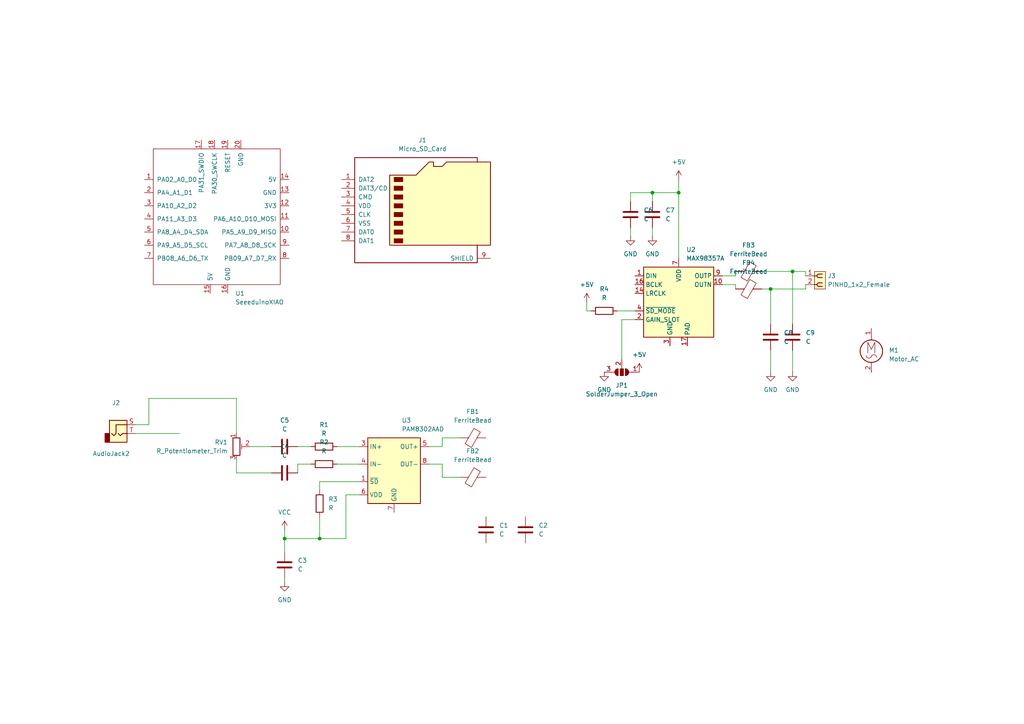
<source format=kicad_sch>
(kicad_sch (version 20231120) (generator "eeschema") (generator_version "8.0")
  (paper "A4")
  (lib_symbols
    (symbol "Amplifier_Audio:PAM8302AAD"
      (property "Reference" "U3" (at 2.1941 12.7 0))
      (property "Value" "PAM8302AAD" (at 2.1941 10.16 0))
      (symbol "PAM8302AAD_0_1"
        (rectangle (start -7.62 7.62) (end 7.62 -11.43) (stroke (width 0.254)) (fill (type background)))
      )
      (symbol "PAM8302AAD_1_1"
        (pin input line (at -10.16 -5.08 0) (length 2.54) (name "~{SD}") (number "1"))
        (pin no_connect line (at 7.62 -5.08 180) (length 2.54) hide (name "NC") (number "2"))
        (pin input line (at -10.16 5.08 0) (length 2.54) (name "IN+") (number "3"))
        (pin input line (at -10.16 0 0) (length 2.54) (name "IN-") (number "4"))
        (pin output line (at 10.16 5.08 180) (length 2.54) (name "OUT+") (number "5"))
        (pin power_in line (at -10.16 -8.89 0) (length 2.54) (name "VDD") (number "6"))
        (pin power_in line (at 0 -13.97 90) (length 2.54) (name "GND") (number "7"))
        (pin output line (at 10.16 0 180) (length 2.54) (name "OUT-") (number "8"))
      )
    )
    (symbol "Audio:MAX98357A"
      (property "Reference" "U" (at -8.89 11.43 0))
      (property "Value" "MAX98357A" (at 10.16 11.43 0))
      (symbol "MAX98357A_1_1"
        (rectangle (start -10.16 10.16) (end 10.16 -10.16) (stroke (width 0.254)) (fill (type background)))
        (pin input line (at -12.7 7.62 0) (length 2.54) (name "DIN") (number "1"))
        (pin output line (at 12.7 5.08 180) (length 2.54) (name "OUTN") (number "10"))
        (pin passive line (at -2.54 -12.7 90) (length 2.54) hide (name "GND") (number "11"))
        (pin no_connect line (at 10.16 -5.08 180) (length 2.54) hide (name "NC") (number "12"))
        (pin no_connect line (at 10.16 -7.62 180) (length 2.54) hide (name "NC") (number "13"))
        (pin input line (at -12.7 2.54 0) (length 2.54) (name "LRCLK") (number "14"))
        (pin passive line (at -2.54 -12.7 90) (length 2.54) hide (name "GND") (number "15"))
        (pin input line (at -12.7 5.08 0) (length 2.54) (name "BCLK") (number "16"))
        (pin unspecified line (at 2.54 -12.7 90) (length 2.54) (name "PAD") (number "17"))
        (pin passive line (at -12.7 -5.08 0) (length 2.54) (name "GAIN_SLOT") (number "2"))
        (pin power_in line (at -2.54 -12.7 90) (length 2.54) (name "GND") (number "3"))
        (pin input line (at -12.7 -2.54 0) (length 2.54) (name "~{SD_MODE}") (number "4"))
        (pin no_connect line (at 10.16 2.54 180) (length 2.54) hide (name "NC") (number "5"))
        (pin no_connect line (at 10.16 0 180) (length 2.54) hide (name "NC") (number "6"))
        (pin power_in line (at 0 12.7 270) (length 2.54) (name "VDD") (number "7"))
        (pin passive line (at 0 12.7 270) (length 2.54) hide (name "VDD") (number "8"))
        (pin output line (at 12.7 7.62 180) (length 2.54) (name "OUTP") (number "9"))
      )
    )
    (symbol "Connector:Micro_SD_Card" (pin_names (offset 1.016))
      (property "Reference" "J" (at -16.51 15.24 0))
      (property "Value" "Micro_SD_Card" (at 16.51 15.24 0))
      (symbol "Micro_SD_Card_0_1"
        (rectangle (start -7.62 -9.525) (end -5.08 -10.795) (fill (type outline)))
        (rectangle (start -7.62 -6.985) (end -5.08 -8.255) (fill (type outline)))
        (rectangle (start -7.62 -4.445) (end -5.08 -5.715) (fill (type outline)))
        (rectangle (start -7.62 -1.905) (end -5.08 -3.175) (fill (type outline)))
        (rectangle (start -7.62 0.635) (end -5.08 -0.635) (fill (type outline)))
        (rectangle (start -7.62 3.175) (end -5.08 1.905) (fill (type outline)))
        (rectangle (start -7.62 5.715) (end -5.08 4.445) (fill (type outline)))
        (rectangle (start -7.62 8.255) (end -5.08 6.985) (fill (type outline)))
        (polyline (pts (xy 16.51 12.7) (xy 16.51 13.97) (xy -19.05 13.97) (xy -19.05 -16.51) (xy 16.51 -16.51) (xy 16.51 -11.43)) (stroke (width 0.254)))
        (polyline (pts (xy -8.89 -11.43) (xy -8.89 8.89) (xy -1.27 8.89) (xy 2.54 12.7) (xy 3.81 12.7) (xy 3.81 11.43) (xy 6.35 11.43) (xy 7.62 12.7) (xy 20.32 12.7) (xy 20.32 -11.43) (xy -8.89 -11.43)) (stroke (width 0.254)) (fill (type background)))
      )
      (symbol "Micro_SD_Card_1_1"
        (pin bidirectional line (at -22.86 7.62 0) (length 3.81) (name "DAT2") (number "1"))
        (pin bidirectional line (at -22.86 5.08 0) (length 3.81) (name "DAT3/CD") (number "2"))
        (pin input line (at -22.86 2.54 0) (length 3.81) (name "CMD") (number "3"))
        (pin power_in line (at -22.86 0 0) (length 3.81) (name "VDD") (number "4"))
        (pin input line (at -22.86 -2.54 0) (length 3.81) (name "CLK") (number "5"))
        (pin power_in line (at -22.86 -5.08 0) (length 3.81) (name "VSS") (number "6"))
        (pin bidirectional line (at -22.86 -7.62 0) (length 3.81) (name "DAT0") (number "7"))
        (pin bidirectional line (at -22.86 -10.16 0) (length 3.81) (name "DAT1") (number "8"))
        (pin passive line (at 20.32 -15.24 180) (length 3.81) (name "SHIELD") (number "9"))
      )
    )
    (symbol "Connector_Audio:AudioJack2"
      (property "Reference" "J" (at 0 8.89 0))
      (property "Value" "AudioJack2" (at 0 6.35 0))
      (symbol "AudioJack2_0_1"
        (rectangle (start -3.81 0) (end -2.54 -2.54) (stroke (width 0.254)) (fill (type outline)))
        (rectangle (start -2.54 3.81) (end 2.54 -2.54) (stroke (width 0.254)) (fill (type background)))
        (polyline (pts (xy 0 0) (xy 0.635 -0.635) (xy 1.27 0) (xy 2.54 0)) (stroke (width 0.254)))
        (polyline (pts (xy 2.54 2.54) (xy -0.635 2.54) (xy -0.635 0) (xy -1.27 -0.635) (xy -1.905 0)) (stroke (width 0.254)))
      )
      (symbol "AudioJack2_1_1"
        (pin passive line (at 5.08 2.54 180) (length 2.54) (name "~") (number "S"))
        (pin passive line (at 5.08 0 180) (length 2.54) (name "~") (number "T"))
      )
    )
    (symbol "Device:C" (pin_numbers hide) (pin_names (offset 0.254))
      (property "Reference" "C" (at 0.635 2.54 0))
      (property "Value" "C" (at 0.635 -2.54 0))
      (symbol "C_0_1"
        (polyline (pts (xy -2.032 -0.762) (xy 2.032 -0.762)) (stroke (width 0.508)))
        (polyline (pts (xy -2.032 0.762) (xy 2.032 0.762)) (stroke (width 0.508)))
      )
      (symbol "C_1_1"
        (pin passive line (at 0 3.81 270) (length 2.794) (name "~") (number "1"))
        (pin passive line (at 0 -3.81 90) (length 2.794) (name "~") (number "2"))
      )
    )
    (symbol "Device:FerriteBead" (pin_numbers hide) (pin_names (offset 0))
      (property "Reference" "FB" (at -3.81 0.635 90))
      (property "Value" "FerriteBead" (at 3.81 0 90))
      (symbol "FerriteBead_0_1"
        (polyline (pts (xy 0 -1.27) (xy 0 -1.2192)))
        (polyline (pts (xy 0 1.27) (xy 0 1.2954)))
        (polyline (pts (xy -2.7686 0.4064) (xy -1.7018 2.2606) (xy 2.7686 -0.3048) (xy 1.6764 -2.159) (xy -2.7686 0.4064)))
      )
      (symbol "FerriteBead_1_1"
        (pin passive line (at 0 3.81 270) (length 2.54) (name "~") (number "1"))
        (pin passive line (at 0 -3.81 90) (length 2.54) (name "~") (number "2"))
      )
    )
    (symbol "Device:R" (pin_numbers hide) (pin_names (offset 0))
      (property "Reference" "R" (at 2.032 0 90))
      (property "Value" "R" (at 0 0 90))
      (symbol "R_0_1"
        (rectangle (start -1.016 -2.54) (end 1.016 2.54) (stroke (width 0.254)))
      )
      (symbol "R_1_1"
        (pin passive line (at 0 3.81 270) (length 1.27) (name "~") (number "1"))
        (pin passive line (at 0 -3.81 90) (length 1.27) (name "~") (number "2"))
      )
    )
    (symbol "Device:R_Potentiometer_Trim" (pin_names (offset 1.016) hide)
      (property "Reference" "RV" (at -4.445 0 90))
      (property "Value" "R_Potentiometer_Trim" (at -2.54 0 90))
      (symbol "R_Potentiometer_Trim_0_1"
        (polyline (pts (xy 1.524 0.762) (xy 1.524 -0.762)))
        (polyline (pts (xy 2.54 0) (xy 1.524 0)))
        (rectangle (start 1.016 2.54) (end -1.016 -2.54) (stroke (width 0.254)))
      )
      (symbol "R_Potentiometer_Trim_1_1"
        (pin passive line (at 0 3.81 270) (length 1.27) (name "1") (number "1"))
        (pin passive line (at 3.81 0 180) (length 1.27) (name "2") (number "2"))
        (pin passive line (at 0 -3.81 90) (length 1.27) (name "3") (number "3"))
      )
    )
    (symbol "InteractilesLibrary:SeeeduinoXIAO" (pin_names (offset 1.016))
      (property "Reference" "U" (at -19.05 22.86 0))
      (property "Value" "SeeeduinoXIAO" (at -12.7 21.59 0))
      (symbol "SeeeduinoXIAO_0_1"
        (rectangle (start -19.05 20.32) (end 17.78 -19.05))
      )
      (symbol "SeeeduinoXIAO_1_1"
        (pin unspecified line (at -21.59 11.43 0) (length 2.54) (name "PA02_A0_D0") (number "1"))
        (pin unspecified line (at 20.32 -3.81 180) (length 2.54) (name "PA5_A9_D9_MISO") (number "10"))
        (pin unspecified line (at 20.32 0 180) (length 2.54) (name "PA6_A10_D10_MOSI") (number "11"))
        (pin unspecified line (at 20.32 3.81 180) (length 2.54) (name "3V3") (number "12"))
        (pin unspecified line (at 20.32 7.62 180) (length 2.54) (name "GND") (number "13"))
        (pin unspecified line (at 20.32 11.43 180) (length 2.54) (name "5V") (number "14"))
        (pin input line (at -2.54 -21.59 90) (length 2.54) (name "5V") (number "15"))
        (pin input line (at 2.54 -21.59 90) (length 2.54) (name "GND") (number "16"))
        (pin input line (at -5.08 22.86 270) (length 2.54) (name "PA31_SWDIO") (number "17"))
        (pin input line (at -1.27 22.86 270) (length 2.54) (name "PA30_SWCLK") (number "18"))
        (pin input line (at 2.54 22.86 270) (length 2.54) (name "RESET") (number "19"))
        (pin unspecified line (at -21.59 7.62 0) (length 2.54) (name "PA4_A1_D1") (number "2"))
        (pin input line (at 6.35 22.86 270) (length 2.54) (name "GND") (number "20"))
        (pin unspecified line (at -21.59 3.81 0) (length 2.54) (name "PA10_A2_D2") (number "3"))
        (pin unspecified line (at -21.59 0 0) (length 2.54) (name "PA11_A3_D3") (number "4"))
        (pin unspecified line (at -21.59 -3.81 0) (length 2.54) (name "PA8_A4_D4_SDA") (number "5"))
        (pin unspecified line (at -21.59 -7.62 0) (length 2.54) (name "PA9_A5_D5_SCL") (number "6"))
        (pin unspecified line (at -21.59 -11.43 0) (length 2.54) (name "PB08_A6_D6_TX") (number "7"))
        (pin unspecified line (at 20.32 -11.43 180) (length 2.54) (name "PB09_A7_D7_RX") (number "8"))
        (pin unspecified line (at 20.32 -7.62 180) (length 2.54) (name "PA7_A8_D8_SCK") (number "9"))
      )
    )
    (symbol "Jumper:SolderJumper_3_Open" (pin_names (offset 0) hide) (exclude_from_sim yes) (in_bom no)
      (property "Reference" "JP" (at -2.54 -2.54 0))
      (property "Value" "SolderJumper_3_Open" (at 0 2.794 0))
      (symbol "SolderJumper_3_Open_0_1"
        (arc (start -1.016 1.016) (mid -2.0276 0) (end -1.016 -1.016))
        (arc (start -1.016 1.016) (mid -2.0276 0) (end -1.016 -1.016) (fill (type outline)))
        (rectangle (start -0.508 1.016) (end 0.508 -1.016) (fill (type outline)))
        (polyline (pts (xy -2.54 0) (xy -2.032 0)))
        (polyline (pts (xy -1.016 1.016) (xy -1.016 -1.016)))
        (polyline (pts (xy 0 -1.27) (xy 0 -1.016)))
        (polyline (pts (xy 1.016 1.016) (xy 1.016 -1.016)))
        (polyline (pts (xy 2.54 0) (xy 2.032 0)))
        (arc (start 1.016 -1.016) (mid 2.0276 0) (end 1.016 1.016))
        (arc (start 1.016 -1.016) (mid 2.0276 0) (end 1.016 1.016) (fill (type outline)))
      )
      (symbol "SolderJumper_3_Open_1_1"
        (pin passive line (at -5.08 0 0) (length 2.54) (name "A") (number "1"))
        (pin passive line (at 0 -3.81 90) (length 2.54) (name "C") (number "2"))
        (pin passive line (at 5.08 0 180) (length 2.54) (name "B") (number "3"))
      )
    )
    (symbol "Motor:Motor_AC" (pin_names (offset 0))
      (property "Reference" "M" (at 2.54 2.54 0))
      (property "Value" "Motor_AC" (at 2.54 -5.08 0))
      (symbol "Motor_AC_0_0"
        (arc (start -1.524 -2.794) (mid -0.8654 -3.5217) (end 0 -3.048))
        (polyline (pts (xy -1.016 -2.032) (xy -1.016 1.016) (xy 0 -1.016) (xy 1.016 1.016) (xy 1.016 -2.032)))
        (arc (start 1.524 -3.302) (mid 0.85 -2.5503) (end 0 -3.048))
      )
      (symbol "Motor_AC_0_1"
        (circle (center 0 -1.524) (radius 3.2512) (stroke (width 0.254)))
        (polyline (pts (xy 0 -7.62) (xy 0 -7.112)))
        (polyline (pts (xy 0 -4.7752) (xy 0 -5.1816)))
        (polyline (pts (xy 0 1.7272) (xy 0 2.0828)))
        (polyline (pts (xy 0 2.032) (xy 0 2.54)))
      )
      (symbol "Motor_AC_1_1"
        (pin passive line (at 0 5.08 270) (length 2.54) (name "~") (number "1"))
        (pin passive line (at 0 -7.62 90) (length 2.54) (name "~") (number "2"))
      )
    )
    (symbol "PCM_SL_Pin_Headers:PINHD_1x2_Female"
      (property "Reference" "J" (at 0 7.62 0))
      (property "Value" "PINHD_1x2_Female" (at 0 5.08 0))
      (symbol "PINHD_1x2_Female_0_1"
        (rectangle (start -1.27 2.54) (end 1.905 -2.54) (fill (type background)))
        (arc (start -0.508 -1.27) (mid -0.3592 -1.6292) (end 0 -1.778) (stroke (width 0.25)))
        (arc (start -0.508 1.27) (mid -0.3592 0.9108) (end 0 0.762) (stroke (width 0.25)))
        (arc (start 0 -0.762) (mid -0.3592 -0.9108) (end -0.508 -1.27) (stroke (width 0.25)))
        (polyline (pts (xy -1.27 -1.27) (xy -0.508 -1.27)) (stroke (width 0.25)))
        (polyline (pts (xy -1.27 1.27) (xy -0.508 1.27)) (stroke (width 0.25)))
        (polyline (pts (xy 0 -1.778) (xy 1.016 -1.778)) (stroke (width 0.25)))
        (polyline (pts (xy 0 -0.762) (xy 1.016 -0.762)) (stroke (width 0.25)))
        (polyline (pts (xy 0 0.762) (xy 1.016 0.762)) (stroke (width 0.25)))
        (polyline (pts (xy 0 1.778) (xy 1.016 1.778)) (stroke (width 0.25)))
        (arc (start 0 1.778) (mid -0.3592 1.6292) (end -0.508 1.27) (stroke (width 0.25)))
      )
      (symbol "PINHD_1x2_Female_1_1"
        (pin passive line (at -3.81 1.27 0) (length 2.54) (name "") (number "1"))
        (pin passive line (at -3.81 -1.27 0) (length 2.54) (name "") (number "2"))
      )
    )
    (symbol "power:+5V" (power) (pin_numbers hide) (pin_names (offset 0) hide)
      (property "Value" "+5V" (at 0 3.556 0))
      (symbol "+5V_0_1"
        (polyline (pts (xy -0.762 1.27) (xy 0 2.54)))
        (polyline (pts (xy 0 0) (xy 0 2.54)))
        (polyline (pts (xy 0 2.54) (xy 0.762 1.27)))
      )
      (symbol "+5V_1_1"
        (pin power_in line (at 0 0 90) (length 0) (name "~") (number "1"))
      )
    )
    (symbol "power:GND" (power) (pin_numbers hide) (pin_names (offset 0) hide)
      (property "Value" "GND" (at 0 -3.81 0))
      (symbol "GND_0_1"
        (polyline (pts (xy 0 0) (xy 0 -1.27) (xy 1.27 -1.27) (xy 0 -2.54) (xy -1.27 -1.27) (xy 0 -1.27)))
      )
      (symbol "GND_1_1"
        (pin power_in line (at 0 0 270) (length 0) (name "~") (number "1"))
      )
    )
    (symbol "power:VCC" (power) (pin_numbers hide) (pin_names (offset 0) hide)
      (property "Value" "VCC" (at 0 3.556 0))
      (symbol "VCC_0_1"
        (polyline (pts (xy -0.762 1.27) (xy 0 2.54)))
        (polyline (pts (xy 0 0) (xy 0 2.54)))
        (polyline (pts (xy 0 2.54) (xy 0.762 1.27)))
      )
      (symbol "VCC_1_1"
        (pin power_in line (at 0 0 90) (length 0) (name "~") (number "1"))
      )
    )
  )
  (junction (at 196.85 55.88))
  (junction (at 189.23 55.88))
  (junction (at 92.71 156.21))
  (junction (at 82.55 156.21))
  (junction (at 223.52 83.82))
  (junction (at 229.87 78.74))
  (wire (pts (xy 78.74 137.16) (xy 68.58 137.16)))
  (wire (pts (xy 82.55 156.21) (xy 82.55 160.02)))
  (wire (pts (xy 128.27 127) (xy 133.35 127)))
  (wire (pts (xy 90.17 134.62) (xy 86.36 134.62)))
  (wire (pts (xy 189.23 55.88) (xy 189.23 58.42)))
  (wire (pts (xy 189.23 55.88) (xy 196.85 55.88)))
  (wire (pts (xy 213.36 80.01) (xy 213.36 78.74)))
  (wire (pts (xy 233.68 83.82) (xy 233.68 82.55)))
  (wire (pts (xy 82.55 153.67) (xy 82.55 156.21)))
  (wire (pts (xy 68.58 115.57) (xy 68.58 125.73)))
  (wire (pts (xy 170.18 90.17) (xy 171.45 90.17)))
  (wire (pts (xy 72.39 129.54) (xy 78.74 129.54)))
  (wire (pts (xy 39.37 123.19) (xy 43.18 123.19)))
  (wire (pts (xy 82.55 167.64) (xy 82.55 168.91)))
  (wire (pts (xy 223.52 107.95) (xy 223.52 101.6)))
  (wire (pts (xy 189.23 66.04) (xy 189.23 68.58)))
  (wire (pts (xy 92.71 156.21) (xy 82.55 156.21)))
  (wire (pts (xy 180.34 104.14) (xy 180.34 92.71)))
  (wire (pts (xy 229.87 78.74) (xy 229.87 93.98)))
  (wire (pts (xy 229.87 107.95) (xy 229.87 101.6)))
  (wire (pts (xy 233.68 78.74) (xy 233.68 80.01)))
  (wire (pts (xy 182.88 55.88) (xy 189.23 55.88)))
  (wire (pts (xy 196.85 52.07) (xy 196.85 55.88)))
  (wire (pts (xy 86.36 134.62) (xy 86.36 137.16)))
  (wire (pts (xy 104.14 129.54) (xy 97.79 129.54)))
  (wire (pts (xy 104.14 134.62) (xy 97.79 134.62)))
  (wire (pts (xy 92.71 149.86) (xy 92.71 156.21)))
  (wire (pts (xy 43.18 123.19) (xy 43.18 115.57)))
  (wire (pts (xy 92.71 156.21) (xy 100.33 156.21)))
  (wire (pts (xy 128.27 129.54) (xy 124.46 129.54)))
  (wire (pts (xy 100.33 143.51) (xy 104.14 143.51)))
  (wire (pts (xy 39.37 125.73) (xy 52.07 125.73)))
  (wire (pts (xy 182.88 55.88) (xy 182.88 58.42)))
  (wire (pts (xy 180.34 92.71) (xy 184.15 92.71)))
  (wire (pts (xy 220.98 83.82) (xy 223.52 83.82)))
  (wire (pts (xy 128.27 134.62) (xy 124.46 134.62)))
  (wire (pts (xy 182.88 66.04) (xy 182.88 68.58)))
  (wire (pts (xy 92.71 139.7) (xy 104.14 139.7)))
  (wire (pts (xy 213.36 82.55) (xy 213.36 83.82)))
  (wire (pts (xy 90.17 129.54) (xy 86.36 129.54)))
  (wire (pts (xy 229.87 78.74) (xy 233.68 78.74)))
  (wire (pts (xy 100.33 143.51) (xy 100.33 156.21)))
  (wire (pts (xy 223.52 83.82) (xy 233.68 83.82)))
  (wire (pts (xy 68.58 137.16) (xy 68.58 133.35)))
  (wire (pts (xy 196.85 55.88) (xy 196.85 74.93)))
  (wire (pts (xy 170.18 87.63) (xy 170.18 90.17)))
  (wire (pts (xy 43.18 115.57) (xy 68.58 115.57)))
  (wire (pts (xy 92.71 142.24) (xy 92.71 139.7)))
  (wire (pts (xy 220.98 78.74) (xy 229.87 78.74)))
  (wire (pts (xy 128.27 134.62) (xy 128.27 138.43)))
  (wire (pts (xy 179.07 90.17) (xy 184.15 90.17)))
  (wire (pts (xy 128.27 138.43) (xy 133.35 138.43)))
  (wire (pts (xy 128.27 129.54) (xy 128.27 127)))
  (wire (pts (xy 223.52 83.82) (xy 223.52 93.98)))
  (wire (pts (xy 209.55 80.01) (xy 213.36 80.01)))
  (wire (pts (xy 209.55 82.55) (xy 213.36 82.55)))
  (symbol (lib_id "Amplifier_Audio:PAM8302AAD") (at 114.3 134.62 0) (unit 1)
    (property "Reference" "U3" (at 116.4941 121.92 0) (effects (justify left)))
    (property "Value" "PAM8302AAD" (at 116.4941 124.46 0) (effects (justify left)))
    (property "Datasheet" "https://www.diodes.com/assets/Datasheets/PAM8302A.pdf" (effects (hide yes)))
    (property "Description" "2.5W Filterless Class-D Mono Audio Amplifier, SOIC-8" (effects (hide yes)))
  )
  (symbol (lib_id "Device:R") (at 175.26 90.17 90) (unit 1)
    (property "Reference" "R4" (at 175.26 83.82 90))
    (property "Value" "R" (at 175.26 86.36 90))
    (property "Description" "Resistor" (effects (hide yes)))
  )
  (symbol (lib_id "Device:R_Potentiometer_Trim") (at 68.58 129.54 0) (unit 1)
    (property "Reference" "RV1" (at 66.04 128.2699 0) (effects (justify right)))
    (property "Value" "R_Potentiometer_Trim" (at 66.04 130.8099 0) (effects (justify right)))
    (property "Description" "Trim-potentiometer" (effects (hide yes)))
  )
  (symbol (lib_id "power:GND") (at 189.23 68.58 0) (unit 1)
    (property "Reference" "#PWR06" (effects (hide yes)))
    (property "Value" "GND" (at 189.23 73.66 0))
    (property "Description" "Power symbol creates a global label with name \"GND\" , ground" (effects (hide yes)))
  )
  (symbol (lib_id "Device:C") (at 82.55 129.54 270) (unit 1)
    (property "Reference" "C5" (at 82.55 121.92 90))
    (property "Value" "C" (at 82.55 124.46 90))
    (property "Description" "Unpolarized capacitor" (effects (hide yes)))
  )
  (symbol (lib_id "Audio:MAX98357A") (at 196.85 87.63 0) (unit 1)
    (property "Reference" "U2" (at 199.0441 72.39 0) (effects (justify left)))
    (property "Value" "MAX98357A" (at 199.0441 74.93 0) (effects (justify left)))
    (property "Footprint" "Package_DFN_QFN:TQFN-16-1EP_3x3mm_P0.5mm_EP1.23x1.23mm" (effects (hide yes)))
    (property "Datasheet" "https://www.analog.com/media/en/technical-documentation/data-sheets/MAX98357A-MAX98357B.pdf" (effects (hide yes)))
    (property "Description" "Mono DAC with amplifier, I2S, PCM, TDM, 32-bit, 96khz, 3.2W, TQFP-16" (effects (hide yes)))
  )
  (symbol (lib_id "Device:C") (at 152.4 153.67 0) (unit 1)
    (property "Reference" "C2" (at 156.21 152.3999 0) (effects (justify left)))
    (property "Value" "C" (at 156.21 154.9399 0) (effects (justify left)))
    (property "Description" "Unpolarized capacitor" (effects (hide yes)))
  )
  (symbol (lib_id "Connector:Micro_SD_Card") (at 121.92 59.69 0) (unit 1)
    (property "Reference" "J1" (at 122.555 40.64 0))
    (property "Value" "Micro_SD_Card" (at 122.555 43.18 0))
    (property "Datasheet" "http://katalog.we-online.de/em/datasheet/693072010801.pdf" (effects (hide yes)))
    (property "Description" "Micro SD Card Socket" (effects (hide yes)))
  )
  (symbol (lib_id "power:VCC") (at 82.55 153.67 0) (unit 1)
    (property "Reference" "#PWR01" (effects (hide yes)))
    (property "Value" "VCC" (at 82.55 148.59 0))
    (property "Description" "Power symbol creates a global label with name \"VCC\"" (effects (hide yes)))
  )
  (symbol (lib_id "power:+5V") (at 196.85 52.07 0) (unit 1)
    (property "Reference" "#PWR05" (effects (hide yes)))
    (property "Value" "+5V" (at 196.85 46.99 0))
    (property "Description" "Power symbol creates a global label with name \"+5V\"" (effects (hide yes)))
  )
  (symbol (lib_id "Device:FerriteBead") (at 217.17 78.74 90) (unit 1)
    (property "Reference" "FB3" (at 217.1192 71.12 90))
    (property "Value" "FerriteBead" (at 217.1192 73.66 90))
    (property "Description" "Ferrite bead" (effects (hide yes)))
  )
  (symbol (lib_id "power:+5V") (at 185.42 107.95 0) (unit 1)
    (property "Reference" "#PWR03" (effects (hide yes)))
    (property "Value" "+5V" (at 185.42 102.87 0))
    (property "Description" "Power symbol creates a global label with name \"+5V\"" (effects (hide yes)))
  )
  (symbol (lib_id "Device:C") (at 189.23 62.23 0) (unit 1)
    (property "Reference" "C7" (at 193.04 60.9599 0) (effects (justify left)))
    (property "Value" "C" (at 193.04 63.4999 0) (effects (justify left)))
    (property "Description" "Unpolarized capacitor" (effects (hide yes)))
  )
  (symbol (lib_id "Device:R") (at 92.71 146.05 0) (unit 1)
    (property "Reference" "R3" (at 95.25 144.7799 0) (effects (justify left)))
    (property "Value" "R" (at 95.25 147.3199 0) (effects (justify left)))
    (property "Description" "Resistor" (effects (hide yes)))
  )
  (symbol (lib_id "Device:C") (at 82.55 137.16 270) (unit 1)
    (property "Reference" "C4" (at 82.55 129.54 90))
    (property "Value" "C" (at 82.55 132.08 90))
    (property "Description" "Unpolarized capacitor" (effects (hide yes)))
  )
  (symbol (lib_id "power:GND") (at 182.88 68.58 0) (unit 1)
    (property "Reference" "#PWR07" (effects (hide yes)))
    (property "Value" "GND" (at 182.88 73.66 0))
    (property "Description" "Power symbol creates a global label with name \"GND\" , ground" (effects (hide yes)))
  )
  (symbol (lib_id "Device:C") (at 229.87 97.79 0) (unit 1)
    (property "Reference" "C9" (at 233.68 96.5199 0) (effects (justify left)))
    (property "Value" "C" (at 233.68 99.0599 0) (effects (justify left)))
    (property "Description" "Unpolarized capacitor" (effects (hide yes)))
  )
  (symbol (lib_id "Device:C") (at 82.55 163.83 0) (unit 1)
    (property "Reference" "C3" (at 86.36 162.5599 0) (effects (justify left)))
    (property "Value" "C" (at 86.36 165.0999 0) (effects (justify left)))
    (property "Description" "Unpolarized capacitor" (effects (hide yes)))
  )
  (symbol (lib_id "power:GND") (at 223.52 107.95 0) (unit 1)
    (property "Reference" "#PWR09" (effects (hide yes)))
    (property "Value" "GND" (at 223.52 113.03 0))
    (property "Description" "Power symbol creates a global label with name \"GND\" , ground" (effects (hide yes)))
  )
  (symbol (lib_id "PCM_SL_Pin_Headers:PINHD_1x2_Female") (at 237.49 81.28 0) (unit 1)
    (property "Reference" "J3" (at 240.03 80.0099 0) (effects (justify left)))
    (property "Value" "PINHD_1x2_Female" (at 240.03 82.5499 0) (effects (justify left)))
    (property "Footprint" "Connector_PinSocket_2.54mm:PinSocket_1x02_P2.54mm_Vertical" (effects (hide yes)))
    (property "Description" "Pin Header female with pin space 2.54mm. Pin Count -2" (effects (hide yes)))
  )
  (symbol (lib_id "power:+5V") (at 170.18 87.63 0) (unit 1)
    (property "Reference" "#PWR04" (effects (hide yes)))
    (property "Value" "+5V" (at 170.18 82.55 0))
    (property "Description" "Power symbol creates a global label with name \"+5V\"" (effects (hide yes)))
  )
  (symbol (lib_id "Device:C") (at 182.88 62.23 0) (unit 1)
    (property "Reference" "C6" (at 186.69 60.9599 0) (effects (justify left)))
    (property "Value" "C" (at 186.69 63.4999 0) (effects (justify left)))
    (property "Description" "Unpolarized capacitor" (effects (hide yes)))
  )
  (symbol (lib_id "Device:R") (at 93.98 134.62 270) (unit 1)
    (property "Reference" "R2" (at 93.98 128.27 90))
    (property "Value" "R" (at 93.98 130.81 90))
    (property "Description" "Resistor" (effects (hide yes)))
  )
  (symbol (lib_id "Jumper:SolderJumper_3_Open") (at 180.34 107.95 180) (unit 1) (exclude_from_sim yes) (in_bom no)
    (property "Reference" "JP1" (at 180.34 111.76 0))
    (property "Value" "SolderJumper_3_Open" (at 180.34 114.3 0))
    (property "Description" "Solder Jumper, 3-pole, open" (effects (hide yes)))
  )
  (symbol (lib_id "Device:FerriteBead") (at 137.16 127 90) (unit 1)
    (property "Reference" "FB1" (at 137.1092 119.38 90))
    (property "Value" "FerriteBead" (at 137.1092 121.92 90))
    (property "Description" "Ferrite bead" (effects (hide yes)))
  )
  (symbol (lib_id "power:GND") (at 82.55 168.91 0) (unit 1)
    (property "Reference" "#PWR02" (effects (hide yes)))
    (property "Value" "GND" (at 82.55 173.99 0))
    (property "Description" "Power symbol creates a global label with name \"GND\" , ground" (effects (hide yes)))
  )
  (symbol (lib_id "Connector_Audio:AudioJack2") (at 34.29 125.73 0) (unit 1)
    (property "Reference" "J2" (at 33.655 116.84 0))
    (property "Value" "AudioJack2" (at 32.258 131.572 0))
    (property "Description" "Audio Jack, 2 Poles (Mono / TS)" (effects (hide yes)))
  )
  (symbol (lib_id "Device:FerriteBead") (at 137.16 138.43 90) (unit 1)
    (property "Reference" "FB2" (at 137.1092 130.81 90))
    (property "Value" "FerriteBead" (at 137.1092 133.35 90))
    (property "Description" "Ferrite bead" (effects (hide yes)))
  )
  (symbol (lib_id "Device:R") (at 93.98 129.54 270) (unit 1)
    (property "Reference" "R1" (at 93.98 123.19 90))
    (property "Value" "R" (at 93.98 125.73 90))
    (property "Description" "Resistor" (effects (hide yes)))
  )
  (symbol (lib_id "Device:C") (at 223.52 97.79 0) (unit 1)
    (property "Reference" "C8" (at 227.33 96.5199 0) (effects (justify left)))
    (property "Value" "C" (at 227.33 99.0599 0) (effects (justify left)))
    (property "Description" "Unpolarized capacitor" (effects (hide yes)))
  )
  (symbol (lib_id "Device:FerriteBead") (at 217.17 83.82 90) (unit 1)
    (property "Reference" "FB4" (at 217.1192 76.2 90))
    (property "Value" "FerriteBead" (at 217.1192 78.74 90))
    (property "Description" "Ferrite bead" (effects (hide yes)))
  )
  (symbol (lib_id "InteractilesLibrary:SeeeduinoXIAO") (at 63.5 63.5 0) (unit 1)
    (property "Reference" "U1" (at 68.2341 85.09 0) (effects (justify left)))
    (property "Value" "SeeeduinoXIAO" (at 68.2341 87.63 0) (effects (justify left)))
    (property "Footprint" "Seeed Xiao:Seeeduino XIAO-MOUDLE14P-2.54-21X17.8MM" (effects (hide yes)))
  )
  (symbol (lib_id "power:GND") (at 229.87 107.95 0) (unit 1)
    (property "Reference" "#PWR010" (effects (hide yes)))
    (property "Value" "GND" (at 229.87 113.03 0))
    (property "Description" "Power symbol creates a global label with name \"GND\" , ground" (effects (hide yes)))
  )
  (symbol (lib_id "power:GND") (at 175.26 107.95 0) (unit 1)
    (property "Reference" "#PWR08" (effects (hide yes)))
    (property "Value" "GND" (at 175.26 113.03 0))
    (property "Description" "Power symbol creates a global label with name \"GND\" , ground" (effects (hide yes)))
  )
  (symbol (lib_id "Device:C") (at 140.97 153.67 0) (unit 1)
    (property "Reference" "C1" (at 144.78 152.3999 0) (effects (justify left)))
    (property "Value" "C" (at 144.78 154.9399 0) (effects (justify left)))
    (property "Description" "Unpolarized capacitor" (effects (hide yes)))
  )
  (symbol (lib_id "Motor:Motor_AC") (at 252.73 100.33 0) (unit 1)
    (property "Reference" "M1" (at 257.81 101.5999 0) (effects (justify left)))
    (property "Value" "Motor_AC" (at 257.81 104.1399 0) (effects (justify left)))
    (property "Description" "AC Motor" (effects (hide yes)))
  )
)
</source>
